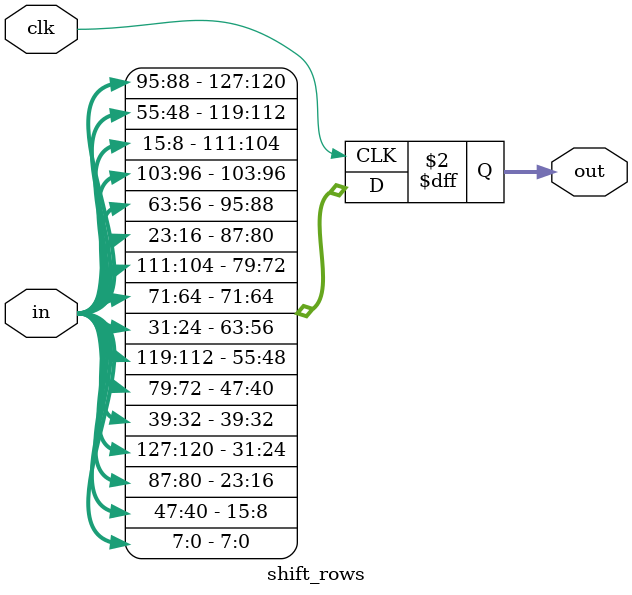
<source format=v>
module shift_rows(
    input [127:0] in, input clk, output reg [127:0] out
); 

always@(posedge clk)
    begin
        out[7:0]<=in[7:0]; //0
        out[15:8]<=in[47:40]; //1
        out[23:16]<=in[87:80]; //2
        out[31:24]<=in[127:120]; //3

        out[39:32]<=in[39:32]; //4
        out[47:40]<=in[79:72]; //5
        out[55:48]<=in[119:112]; //6
        out[63:56]<=in[31:24]; //7

        out[71:64]<=in[71:64]; //8
        out[79:72]<=in[111:104]; //9
        out[87:80]<=in[23:16]; //10
        out[95:88]<=in[63:56]; //11

        out[103:96]<=in[103:96]; //12
        out[111:104]<=in[15:8]; //13
        out[119:112]<=in[55:48]; //14
        out[127:120]<=in[95:88]; //15
    end

    
endmodule
</source>
